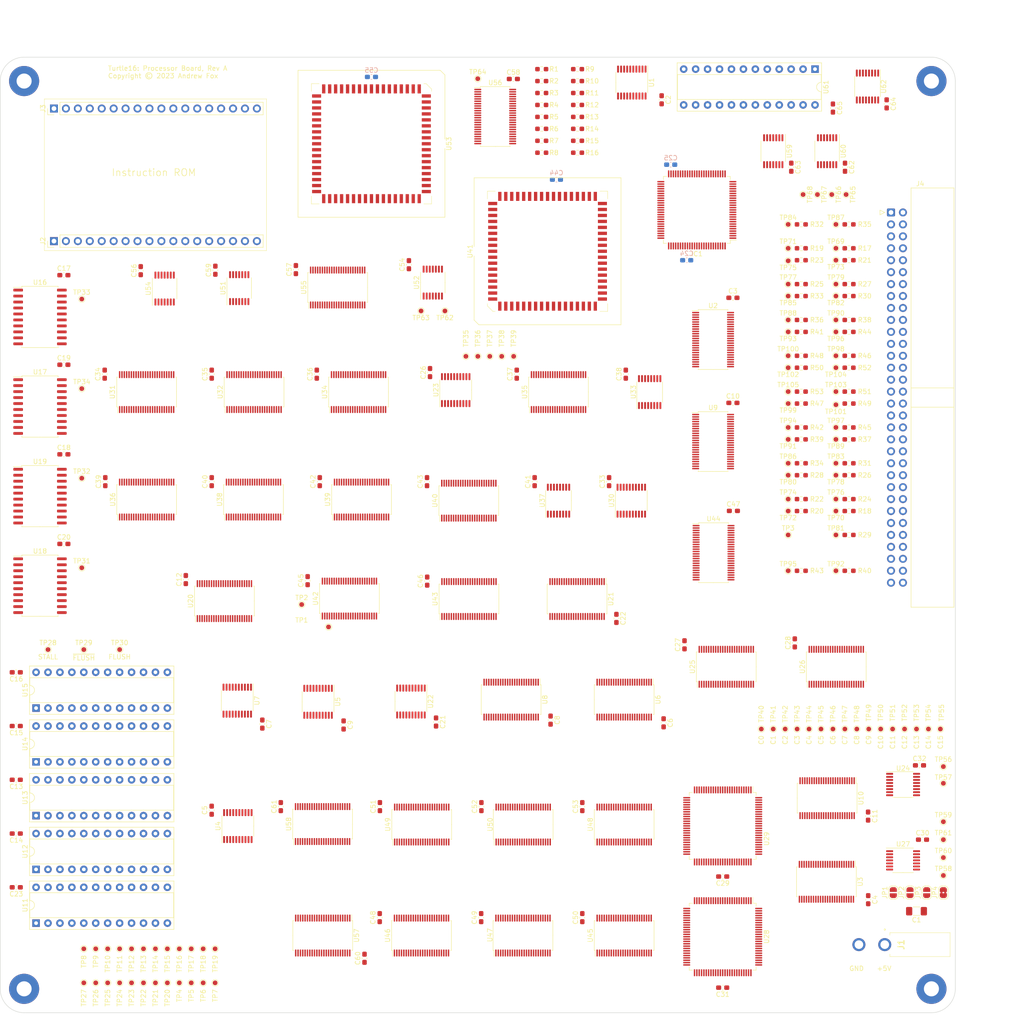
<source format=kicad_pcb>
(kicad_pcb (version 20221018) (generator pcbnew)
  (title_block (title "Turtle16: Processor Board") (date "2023-11-20") (rev "A") (comment 4 "Processor board of the Turtle16 sixteen-bit microcomputer"))
  (layers (0 "F.Cu" signal) (1 "In1.Cu" power) (2 "In2.Cu" signal) (3 "In3.Cu" power) (4 "In4.Cu" power) (5 "In5.Cu" signal) (6 "In6.Cu" power) (31 "B.Cu" signal) (34 "B.Paste" user) (35 "F.Paste" user) (36 "B.SilkS" user "B.Silkscreen") (37 "F.SilkS" user "F.Silkscreen") (38 "B.Mask" user) (39 "F.Mask" user) (44 "Edge.Cuts" user))
  (net 0 "")
  (net 1 "GND")
  (net 2 "VCC")
  (net 3 "/Phi2_In")
  (net 4 "/Phi1_In")
  (net 5 "/Memory/ROM/FLUSH_IF")
  (net 6 "Net-(JP1-A)")
  (net 7 "Net-(JP2-A)")
  (net 8 "/Memory/Bank1")
  (net 9 "/Memory/Bank2")
  (net 10 "/Memory/Addr0")
  (net 11 "/Memory/Addr1")
  (net 12 "/Memory/Addr2")
  (net 13 "/Memory/Addr3")
  (net 14 "/Memory/Addr4")
  (net 15 "/Memory/Addr5")
  (net 16 "/Memory/Addr6")
  (net 17 "/Memory/Addr7")
  (net 18 "/Memory/Addr8")
  (net 19 "/Memory/Addr9")
  (net 20 "/Phi2")
  (net 21 "/MEM/Buffer StoreOp As Bus I/O/~{AssertData}")
  (net 22 "/~{RST_sync}")
  (net 23 "/Memory/Addr10")
  (net 24 "/Memory/Addr11")
  (net 25 "/Memory/Addr12")
  (net 26 "/Memory/Addr13")
  (net 27 "/Phi1a")
  (net 28 "/Phi1b")
  (net 29 "/Phi1d")
  (net 30 "/Memory/Addr14")
  (net 31 "/Memory/Addr15")
  (net 32 "/Memory/IO14")
  (net 33 "/Memory/IO15")
  (net 34 "/Memory/IO12")
  (net 35 "/Memory/IO13")
  (net 36 "/Memory/IO10")
  (net 37 "/Memory/IO11")
  (net 38 "/Memory/IO8")
  (net 39 "/EX/Ctl_MEM15")
  (net 40 "/EX/Ctl_MEM14")
  (net 41 "/Phi1c")
  (net 42 "/Memory/IO9")
  (net 43 "/Memory/IO6")
  (net 44 "/Memory/IO7")
  (net 45 "/Memory/IO4")
  (net 46 "/Memory/IO5")
  (net 47 "/Memory/IO2")
  (net 48 "/Memory/IO3")
  (net 49 "/Memory/IO0")
  (net 50 "/Memory/IO1")
  (net 51 "/Memory/Bank0")
  (net 53 "/Memory/Ins_IF0")
  (net 54 "/Memory/Ins_IF1")
  (net 55 "/Memory/Ins_IF2")
  (net 56 "/Memory/Ins_IF3")
  (net 57 "/Memory/Ins_IF4")
  (net 58 "/Memory/Ins_IF5")
  (net 59 "/Memory/Ins_IF6")
  (net 60 "/Memory/Ins_IF7")
  (net 61 "/Memory/Ins_IF8")
  (net 62 "/Memory/Ins_IF9")
  (net 63 "/EX/OVF")
  (net 64 "/EX/Z")
  (net 65 "/EX/Carry")
  (net 66 "/Memory/Ins_IF10")
  (net 67 "/Memory/Ins_IF11")
  (net 68 "/Memory/Ins_IF12")
  (net 69 "/Memory/Ins_IF13")
  (net 70 "/Memory/Ins_IF14")
  (net 71 "/EX/Ctl_MEM17")
  (net 72 "/EX/Ctl_MEM20")
  (net 73 "/Memory/Ins_IF15")
  (net 74 "/ID/FWD_MEM_TO_B")
  (net 75 "/ID/FWD_EX_TO_B")
  (net 76 "/ID/FWD_B")
  (net 77 "/ID/FWD_A")
  (net 78 "/ID/FWD_EX_TO_A")
  (net 79 "/ID/FWD_MEM_TO_A")
  (net 80 "Net-(JP3-A)")
  (net 81 "Net-(JP4-A)")
  (net 82 "/ID/Hazard Control/FLUSH")
  (net 83 "/Memory/RAMEN_L")
  (net 84 "/EX/SelC_MEM0")
  (net 85 "/EX/SelC_MEM1")
  (net 86 "/EX/SelC_MEM2")
  (net 87 "/Memory/~{RAMEN_L}")
  (net 88 "/Memory/RAMEN_R")
  (net 89 "/Memory/~{RAMEN_R}")
  (net 90 "/Memory/PC15")
  (net 91 "/Memory/PC12")
  (net 92 "/Memory/PC7")
  (net 93 "/Memory/PC6")
  (net 94 "/MEM/Ctl_WB17")
  (net 95 "/Memory/PC5")
  (net 96 "/Memory/PC4")
  (net 97 "/Memory/PC3")
  (net 98 "/Memory/PC2")
  (net 99 "/Memory/PC1")
  (net 100 "/Memory/PC0")
  (net 101 "/MEM/Y_WB15")
  (net 102 "/MEM/Y_WB14")
  (net 103 "/MEM/Y_WB13")
  (net 104 "/MEM/Y_WB12")
  (net 105 "/MEM/Y_WB11")
  (net 106 "/MEM/Y_WB10")
  (net 107 "/MEM/Y_WB9")
  (net 108 "/MEM/Y_WB8")
  (net 109 "/MEM/Y_WB7")
  (net 110 "/MEM/Y_WB6")
  (net 111 "/MEM/Y_WB5")
  (net 112 "/MEM/Y_WB4")
  (net 113 "/MEM/Y_WB3")
  (net 114 "/MEM/Y_WB2")
  (net 115 "/MEM/Y_WB1")
  (net 116 "/MEM/Y_WB0")
  (net 117 "/MEM/StoreOp_WB15")
  (net 118 "/MEM/StoreOp_WB14")
  (net 119 "/MEM/StoreOp_WB13")
  (net 120 "/MEM/StoreOp_WB12")
  (net 121 "/ID/Ins_ID0")
  (net 122 "/ID/Ins_ID1")
  (net 123 "/ID/Ins_ID2")
  (net 124 "/ID/Ins_ID3")
  (net 125 "/ID/Ins_ID4")
  (net 126 "/ID/Ins_ID5")
  (net 127 "/ID/Ins_ID6")
  (net 128 "/ID/Ins_ID7")
  (net 129 "/ID/Ins_ID8")
  (net 130 "/ID/Ins_ID9")
  (net 131 "/ID/Ins_ID10")
  (net 132 "/ID/Ins_ID11")
  (net 133 "/ID/Ins_ID12")
  (net 134 "/ID/Ins_ID13")
  (net 135 "/ID/Ins_ID14")
  (net 136 "/ID/Ins_ID15")
  (net 137 "/ID/Hazard Control/STALL")
  (net 138 "/ID/Ctl_EX0")
  (net 139 "/ID/Ctl_EX1")
  (net 140 "/ID/Ctl_EX2")
  (net 141 "/ID/Ctl_EX3")
  (net 142 "/ID/Ctl_EX4")
  (net 143 "/ID/Ctl_EX5")
  (net 144 "/ID/Ctl_EX6")
  (net 145 "/ID/Ctl_EX7")
  (net 146 "/ID/Ctl_EX8")
  (net 147 "/ID/Ctl_EX9")
  (net 148 "/ID/Ctl_EX10")
  (net 149 "/ID/Ctl_EX11")
  (net 150 "/ID/Ctl_EX12")
  (net 151 "/ID/Ctl_EX13")
  (net 152 "/ID/Ctl_EX14")
  (net 153 "/ID/Ctl_EX15")
  (net 154 "/ID/Ctl_EX16")
  (net 155 "/ID/Ctl_EX17")
  (net 156 "/ID/Ctl_EX18")
  (net 157 "/ID/Ctl_EX19")
  (net 158 "/ID/Ctl_EX20")
  (net 166 "/ID/Ctl_Mid0")
  (net 167 "/ID/Ctl_Mid1")
  (net 168 "/ID/Ctl_Mid2")
  (net 169 "/ID/Ctl_Mid3")
  (net 170 "/ID/Ctl_Mid4")
  (net 171 "/ID/Ctl_Mid5")
  (net 172 "/ID/Ctl_Mid6")
  (net 173 "/ID/Ctl_Mid7")
  (net 174 "/ID/Ctl_Mid8")
  (net 175 "/ID/Ctl_Mid9")
  (net 176 "/ID/Ctl_Mid10")
  (net 177 "/ID/Ctl_Mid11")
  (net 178 "/ID/Ctl_Mid12")
  (net 179 "/ID/Ctl_Mid13")
  (net 180 "/ID/Ctl_Mid14")
  (net 181 "/ID/Ctl_Mid15")
  (net 182 "/ID/Ctl_Mid16")
  (net 183 "/ID/Ctl_Mid17")
  (net 184 "/ID/Ctl_Mid18")
  (net 185 "/ID/Ctl_Mid19")
  (net 186 "/ID/Ctl_Mid20")
  (net 187 "/ID/Ctl_Mid21")
  (net 188 "/ID/Ctl_Mid22")
  (net 189 "/ID/Ctl_Mid23")
  (net 190 "/ID/Hazard Control/~{FLUSH}")
  (net 191 "/ID/Hazard Control/Hazard Control Comparators/SEL_B_MATCHES_SEL_C_MEM")
  (net 192 "/ID/Hazard Control/Hazard Control Comparators/SEL_A_MATCHES_SEL_C_MEM")
  (net 193 "/ID/Hazard Control/Hazard Control Comparators/SEL_A_MATCHES_SEL_C_EX")
  (net 194 "/ID/Hazard Control/Hazard Control Comparators/SEL_B_MATCHES_SEL_C_EX")
  (net 195 "/ID/ID Flush/Ctl_ID0")
  (net 196 "/ID/ID Flush/Ctl_ID1")
  (net 197 "/ID/ID Flush/Ctl_ID2")
  (net 198 "/ID/ID Flush/Ctl_ID3")
  (net 199 "/ID/ID Flush/Ctl_ID4")
  (net 200 "/ID/ID Flush/Ctl_ID5")
  (net 201 "/ID/ID Flush/Ctl_ID6")
  (net 202 "/ID/ID Flush/Ctl_ID7")
  (net 203 "/ID/ID Flush/Ctl_ID8")
  (net 204 "/ID/ID Flush/Ctl_ID9")
  (net 205 "/ID/ID Flush/Ctl_ID10")
  (net 206 "/ID/ID Flush/Ctl_ID11")
  (net 207 "/ID/ID Flush/Ctl_ID12")
  (net 208 "/ID/ID Flush/Ctl_ID13")
  (net 209 "/ID/ID Flush/Ctl_ID14")
  (net 210 "/ID/ID Flush/Ctl_ID15")
  (net 211 "/ID/ID Flush/Ctl_ID16")
  (net 212 "/ID/ID Flush/Ctl_ID17")
  (net 213 "/ID/ID Flush/Ctl_ID18")
  (net 214 "/ID/ID Flush/Ctl_ID19")
  (net 215 "/ID/ID Flush/Ctl_ID20")
  (net 216 "/ID/ID Flush/Ctl_ID21")
  (net 217 "/ID/ID Flush/Ctl_ID22")
  (net 218 "/ID/ID Flush/Ctl_ID23")
  (net 219 "/MEM/StoreOp_WB11")
  (net 220 "/MEM/StoreOp_WB10")
  (net 221 "/MEM/StoreOp_WB9")
  (net 222 "/MEM/StoreOp_WB8")
  (net 223 "/MEM/StoreOp_WB7")
  (net 224 "/MEM/StoreOp_WB6")
  (net 225 "/MEM/StoreOp_WB5")
  (net 226 "/MEM/StoreOp_WB4")
  (net 227 "/MEM/StoreOp_WB3")
  (net 228 "/MEM/StoreOp_WB2")
  (net 229 "/MEM/StoreOp_WB1")
  (net 230 "/MEM/StoreOp_WB0")
  (net 231 "/Memory/PC10")
  (net 232 "/Memory/PC11")
  (net 233 "/Memory/PC9")
  (net 234 "/Memory/PC8")
  (net 235 "/Operand Forwarding A/RegisterA0")
  (net 236 "/Operand Forwarding A/RegisterA1")
  (net 237 "/Operand Forwarding A/RegisterA2")
  (net 238 "/Operand Forwarding A/RegisterA3")
  (net 239 "/Operand Forwarding A/RegisterA4")
  (net 240 "/Operand Forwarding A/RegisterA5")
  (net 241 "/Operand Forwarding A/RegisterA6")
  (net 242 "/Memory/PC13")
  (net 243 "/Memory/PC14")
  (net 246 "/Operand Forwarding A/RegisterA7")
  (net 247 "/Operand Forwarding A/RegisterA8")
  (net 248 "/EX/ALU/C16")
  (net 249 "/EX/ALU/Z")
  (net 250 "/EX/ALU/OVF")
  (net 251 "/Operand Forwarding A/RegisterA9")
  (net 252 "/Operand Forwarding A/RegisterA10")
  (net 253 "/Operand Forwarding A/RegisterA11")
  (net 254 "/Operand Forwarding A/RegisterA12")
  (net 255 "/Operand Forwarding A/RegisterA13")
  (net 256 "/EX/ALU/RightOp0")
  (net 257 "/EX/ALU/RightOp1")
  (net 258 "/EX/ALU/RightOp2")
  (net 259 "/EX/ALU/RightOp3")
  (net 260 "/EX/ALU/RightOp4")
  (net 261 "/EX/ALU/RightOp5")
  (net 262 "/EX/ALU/RightOp6")
  (net 263 "/EX/ALU/RightOp7")
  (net 264 "/EX/ALU/RightOp8")
  (net 265 "/EX/ALU/RightOp9")
  (net 266 "/EX/ALU/RightOp10")
  (net 267 "/EX/ALU/RightOp11")
  (net 268 "/EX/ALU/RightOp12")
  (net 269 "/EX/ALU/RightOp13")
  (net 270 "/EX/ALU/RightOp14")
  (net 271 "/EX/ALU/RightOp15")
  (net 272 "/Operand Forwarding A/RegisterA14")
  (net 273 "/Operand Forwarding A/RegisterA15")
  (net 277 "Net-(U24-O0)")
  (net 278 "/EX/sheet5FD8D6EA/StoreOp_EX0")
  (net 279 "/EX/sheet5FD8D6EA/StoreOp_EX1")
  (net 280 "/EX/sheet5FD8D6EA/StoreOp_EX2")
  (net 281 "/EX/sheet5FD8D6EA/StoreOp_EX3")
  (net 282 "/EX/sheet5FD8D6EA/StoreOp_EX4")
  (net 283 "/EX/sheet5FD8D6EA/StoreOp_EX5")
  (net 284 "/EX/sheet5FD8D6EA/StoreOp_EX6")
  (net 285 "/EX/sheet5FD8D6EA/StoreOp_EX7")
  (net 286 "/EX/sheet5FD8D6EA/StoreOp_EX8")
  (net 287 "/EX/sheet5FD8D6EA/StoreOp_EX9")
  (net 288 "/EX/sheet5FD8D6EA/StoreOp_EX10")
  (net 289 "/EX/sheet5FD8D6EA/StoreOp_EX11")
  (net 290 "/EX/sheet5FD8D6EA/StoreOp_EX12")
  (net 291 "/EX/sheet5FD8D6EA/StoreOp_EX13")
  (net 292 "/EX/sheet5FD8D6EA/StoreOp_EX14")
  (net 293 "/EX/sheet5FD8D6EA/StoreOp_EX15")
  (net 294 "/MEM/SelC_WB0")
  (net 295 "/MEM/SelC_WB1")
  (net 296 "/MEM/SelC_WB2")
  (net 297 "Net-(U24-O1)")
  (net 298 "/MEM/Ctl_WB18")
  (net 299 "/MEM/Ctl_WB19")
  (net 300 "Net-(TP62-Pad1)")
  (net 306 "/MEM/Ctl_WB20")
  (net 308 "Net-(U14-I{slash}O-Pad14)")
  (net 309 "Net-(U14-I{slash}O-Pad15)")
  (net 310 "/System Bus Connector/~{MemStore}")
  (net 311 "/System Bus Connector/~{MemLoad}")
  (net 312 "Net-(U14-I{slash}O-Pad16)")
  (net 313 "Net-(U14-I{slash}O-Pad17)")
  (net 322 "/ID/Ins_EX8")
  (net 323 "/ID/Ins_EX9")
  (net 324 "/ID/Ins_EX10")
  (net 325 "/ID/Ins_EX0")
  (net 326 "/ID/Ins_EX1")
  (net 327 "/ID/Ins_EX2")
  (net 328 "/ID/Ins_EX3")
  (net 329 "/ID/Ins_EX4")
  (net 330 "/ID/Ins_EX5")
  (net 331 "/ID/Ins_EX6")
  (net 332 "/ID/Ins_EX7")
  (net 337 "/Operand Forwarding B/RegisterB0")
  (net 338 "/Operand Forwarding B/RegisterB1")
  (net 341 "/Operand Forwarding B/RegisterB2")
  (net 342 "/Operand Forwarding B/RegisterB3")
  (net 343 "/Operand Forwarding B/RegisterB4")
  (net 344 "/Operand Forwarding B/RegisterB5")
  (net 345 "/Operand Forwarding B/RegisterB6")
  (net 348 "/Write Back and Register File/sheet60693B95/~{WR}")
  (net 349 "Net-(U53-RS1)")
  (net 350 "Net-(U55-1CLK)")
  (net 351 "/MEM/~{AssertCtl}")
  (net 356 "/Operand Forwarding B/RegisterB7")
  (net 357 "/Operand Forwarding B/RegisterB8")
  (net 358 "/Operand Forwarding B/RegisterB9")
  (net 359 "/Operand Forwarding B/RegisterB10")
  (net 360 "/Operand Forwarding B/RegisterB11")
  (net 361 "/Operand Forwarding B/RegisterB12")
  (net 362 "/Operand Forwarding B/RegisterB13")
  (net 363 "/Operand Forwarding B/RegisterB14")
  (net 364 "/Operand Forwarding B/RegisterB15")
  (net 370 "/Write Back and Register File/Select Write Back Source/C0")
  (net 371 "/Write Back and Register File/Select Write Back Source/C1")
  (net 372 "/Write Back and Register File/Select Write Back Source/C2")
  (net 373 "/Write Back and Register File/Select Write Back Source/C3")
  (net 374 "/Write Back and Register File/Select Write Back Source/C4")
  (net 375 "/Write Back and Register File/Select Write Back Source/C5")
  (net 376 "/Write Back and Register File/Select Write Back Source/C6")
  (net 377 "/Write Back and Register File/Select Write Back Source/C7")
  (net 378 "/Write Back and Register File/Select Write Back Source/C8")
  (net 379 "/Write Back and Register File/Select Write Back Source/C9")
  (net 380 "/Write Back and Register File/Select Write Back Source/C10")
  (net 381 "/Write Back and Register File/Select Write Back Source/C11")
  (net 382 "/Write Back and Register File/Select Write Back Source/C12")
  (net 383 "/Write Back and Register File/Select Write Back Source/C13")
  (net 384 "/Write Back and Register File/Select Write Back Source/C14")
  (net 385 "/Write Back and Register File/Select Write Back Source/C15")
  (net 394 "/EX/N")
  (net 400 "/EX/B15")
  (net 401 "/EX/B14")
  (net 402 "/EX/B13")
  (net 403 "/EX/B12")
  (net 404 "/EX/B11")
  (net 405 "/EX/B10")
  (net 406 "/EX/B9")
  (net 407 "/EX/B8")
  (net 408 "/EX/B7")
  (net 409 "/EX/B6")
  (net 410 "/EX/B5")
  (net 411 "/EX/B4")
  (net 412 "/EX/B3")
  (net 413 "/EX/B2")
  (net 414 "/EX/B1")
  (net 415 "/EX/B0")
  (net 429 "/EX/PC_EX15")
  (net 430 "/EX/PC_EX14")
  (net 431 "/EX/PC_EX13")
  (net 432 "/Operand Forwarding A/A_ID0")
  (net 433 "/Operand Forwarding A/A_ID1")
  (net 434 "/Operand Forwarding A/A_ID2")
  (net 435 "/Operand Forwarding A/A_ID3")
  (net 436 "/Operand Forwarding A/A_ID4")
  (net 437 "/Operand Forwarding A/A_ID5")
  (net 438 "/Operand Forwarding A/A_ID6")
  (net 439 "/Operand Forwarding A/A_ID7")
  (net 440 "/Operand Forwarding A/A_ID8")
  (net 441 "/Operand Forwarding A/A_ID9")
  (net 442 "/Operand Forwarding A/A_ID10")
  (net 443 "/Operand Forwarding A/A_ID11")
  (net 444 "/Operand Forwarding A/A_ID12")
  (net 445 "/Operand Forwarding A/A_ID13")
  (net 446 "/Operand Forwarding A/A_ID14")
  (net 447 "/Operand Forwarding A/A_ID15")
  (net 448 "/Operand Forwarding B/B_ID0")
  (net 449 "/Operand Forwarding B/B_ID1")
  (net 450 "/Operand Forwarding B/B_ID2")
  (net 451 "/Operand Forwarding B/B_ID3")
  (net 452 "/Operand Forwarding B/B_ID4")
  (net 453 "/Operand Forwarding B/B_ID5")
  (net 454 "/Operand Forwarding B/B_ID6")
  (net 455 "/Operand Forwarding B/B_ID7")
  (net 456 "/Operand Forwarding B/B_ID8")
  (net 457 "/Operand Forwarding B/B_ID9")
  (net 458 "/Operand Forwarding B/B_ID10")
  (net 459 "/Operand Forwarding B/B_ID11")
  (net 460 "/Operand Forwarding B/B_ID12")
  (net 461 "/Operand Forwarding B/B_ID13")
  (net 462 "/Operand Forwarding B/B_ID14")
  (net 463 "/Operand Forwarding B/B_ID15")
  (net 464 "/EX/PC_EX12")
  (net 465 "/EX/PC_EX11")
  (net 466 "/EX/PC_EX10")
  (net 467 "/EX/PC_EX9")
  (net 468 "/EX/PC_EX8")
  (net 469 "/EX/PC_EX7")
  (net 470 "/EX/PC_EX6")
  (net 471 "/EX/PC_EX5")
  (net 472 "/EX/PC_EX4")
  (net 473 "/EX/PC_EX3")
  (net 474 "/EX/PC_EX2")
  (net 475 "/EX/PC_EX1")
  (net 476 "/EX/PC_EX0")
  (net 477 "/EX/A0")
  (net 478 "/EX/A1")
  (net 479 "/EX/A2")
  (net 480 "/EX/A3")
  (net 481 "/EX/A4")
  (net 482 "/EX/A5")
  (net 483 "/EX/A6")
  (net 484 "/EX/A7")
  (net 485 "/EX/A8")
  (net 486 "/EX/A9")
  (net 487 "/EX/A10")
  (net 488 "/EX/A11")
  (net 489 "/EX/A12")
  (net 490 "/EX/A13")
  (net 491 "/EX/A14")
  (net 492 "/EX/A15")
  (net 495 "/EX/Y_EX15")
  (net 496 "/EX/Y_EX14")
  (net 497 "/EX/Y_EX13")
  (net 498 "/EX/Y_EX12")
  (net 499 "/EX/Y_EX11")
  (net 500 "/EX/Y_EX10")
  (net 501 "/EX/Y_EX9")
  (net 502 "/EX/Y_EX8")
  (net 503 "/EX/Y_EX7")
  (net 504 "/EX/Y_EX6")
  (net 505 "/EX/Y_EX5")
  (net 506 "/EX/Y_EX4")
  (net 507 "/EX/Y_EX3")
  (net 508 "/EX/Y_EX2")
  (net 509 "/EX/Y_EX1")
  (net 510 "/EX/Y_EX0")
  (net 511 "/EX/Ctl_MEM16")
  (net 512 "/EX/Ctl_MEM18")
  (net 513 "/EX/Ctl_MEM19")
  (net 520 "/EX/StoreOp_MEM0")
  (net 521 "/EX/StoreOp_MEM1")
  (net 522 "/EX/StoreOp_MEM2")
  (net 523 "/EX/StoreOp_MEM3")
  (net 524 "/EX/StoreOp_MEM4")
  (net 525 "/EX/StoreOp_MEM5")
  (net 526 "/EX/StoreOp_MEM6")
  (net 527 "/EX/StoreOp_MEM7")
  (net 528 "/EX/StoreOp_MEM8")
  (net 529 "/EX/StoreOp_MEM9")
  (net 530 "/EX/StoreOp_MEM10")
  (net 531 "/EX/StoreOp_MEM11")
  (net 532 "/EX/StoreOp_MEM12")
  (net 533 "/EX/StoreOp_MEM13")
  (net 534 "/EX/StoreOp_MEM14")
  (net 535 "/EX/StoreOp_MEM15")
  (net 536 "/EX/Y_MEM0")
  (net 537 "/EX/Y_MEM1")
  (net 538 "/EX/Y_MEM2")
  (net 539 "/EX/Y_MEM3")
  (net 540 "/EX/Y_MEM4")
  (net 541 "/EX/Y_MEM5")
  (net 542 "/EX/Y_MEM6")
  (net 543 "/EX/Y_MEM7")
  (net 544 "/EX/Y_MEM8")
  (net 545 "/EX/Y_MEM9")
  (net 546 "/EX/Y_MEM10")
  (net 547 "/EX/Y_MEM11")
  (net 548 "/EX/Y_MEM12")
  (net 549 "/EX/Y_MEM13")
  (net 550 "/EX/Y_MEM14")
  (net 551 "/EX/Y_MEM15")
  (net 562 "Net-(U31-1~{OE})")
  (net 563 "Net-(U32-1~{OE})")
  (net 568 "Net-(U33-O3)")
  (net 569 "Net-(U33-O2)")
  (net 570 "Net-(U36-1~{OE})")
  (net 582 "Net-(U37-O3)")
  (net 583 "Net-(U37-O2)")
  (net 584 "Net-(U37-O1)")
  (net 612 "Net-(U62-Mr)")
  (net 614 "Net-(U62-E1)")
  (footprint "Resistor_SMD:R_0603_1608Metric_Pad0.98x0.95mm_HandSolder" (layer "F.Cu") (at 211.7325 48.26)
    (fp_text reference "R8")
    (fp_text value "10K")
  )
  (footprint "Capacitor_SMD:C_0603_1608Metric_Pad1.08x0.95mm_HandSolder" (layer "F.Cu") (at 177.301 187.312 90)
    (fp_text reference "C51")
    (fp_text value "0.1uF")
  )
  (footprint "TestPoint:TestPoint_Pad_D1.0mm" (layer "F.Cu") (at 274.32 83.82)
    (fp_text reference "TP90")
    (fp_text value "Addr9")
  )
  (footprint "Resistor_SMD:R_0603_1608Metric_Pad0.98x0.95mm_HandSolder" (layer "F.Cu") (at 219.3525 33.02)
    (fp_text reference "R10")
    (fp_text value "10K")
  )
  (footprint "TestPoint:TestPoint_Pad_D1.0mm" (layer "F.Cu") (at 166.37 149.1034)
    (fp_text reference "TP1")
    (fp_text value "~{MemStoreIn}")
  )
  (footprint "TestPoint:TestPoint_Pad_D1.0mm" (layer "F.Cu") (at 258.445 170.815 90)
    (fp_text reference "TP40")
    (fp_text value "C0")
  )
  (footprint "TestPoint:TestPoint_Pad_D1.0mm" (layer "F.Cu") (at 116.84 224.79 90)
    (fp_text reference "TP26")
    (fp_text value "Ctl_Mid22")
  )
  (footprint "TestPoint:TestPoint_Pad_D1.0mm" (layer "F.Cu") (at 191.135 81.905 180)
    (fp_text reference "TP62")
    (fp_text value "TP")
  )
  (footprint "TestPoint:TestPoint_Pad_D1.0mm" (layer "F.Cu") (at 274.32 137.16)
    (fp_text reference "TP92")
    (fp_text value "~{MemStore}")
  )
  (footprint "Package_SO:TSSOP-48_6.1x12.5mm_P0.5mm" (layer "F.Cu") (at 207.781 191.122 90)
    (fp_text reference "U50")
    (fp_text value "74AHCT16245")
  )
  (footprint "Capacitor_SMD:C_0603_1608Metric_Pad1.08x0.95mm_HandSolder" (layer "F.Cu") (at 250.2325 202.1825 180)
    (fp_text reference "C29")
    (fp_text value "0.1µF")
  )
  (footprint "MountingHole:MountingHole_3.2mm_M3_Pad" (layer "F.Cu") (at 101.6 33.02)
    (fp_text reference "H1" hide)
    (fp_text value "MountingHole_Pad" hide)
  )
  (footprint "Package_SO:SOIC-20W_7.5x12.8mm_P1.27mm" (layer "F.Cu") (at 104.98 83.185)
    (fp_text reference "U16")
    (fp_text value "74F521")
  )
  (footprint "Capacitor_SMD:C_0603_1608Metric_Pad1.08x0.95mm_HandSolder" (layer "F.Cu") (at 250.2325 225.81 180)
    (fp_text reference "C31")
    (fp_text value "0.1µF")
  )
  (footprint "Capacitor_SMD:C_0603_1608Metric_Pad1.08x0.95mm_HandSolder" (layer "F.Cu") (at 141.513 95.3475 90)
    (fp_text reference "C35")
    (fp_text value "0.1uF")
  )
  (footprint "Resistor_SMD:R_0603_1608Metric_Pad0.98x0.95mm_HandSolder" (layer "F.Cu") (at 219.3525 40.64)
    (fp_text reference "R13")
    (fp_text value "10K")
  )
  (footprint "TestPoint:TestPoint_Pad_D1.0mm" (layer "F.Cu") (at 124.46 224.79 90)
    (fp_text reference "TP23")
    (fp_text value "Ctl_Mid19")
  )
  (footprint "Capacitor_SMD:C_0603_1608Metric_Pad1.08x0.95mm_HandSolder" (layer "F.Cu") (at 198.891 187.312 90)
    (fp_text reference "C52")
    (fp_text value "0.1uF")
  )
  (footprint "Package_DIP:DIP-24_W7.62mm_Socket" (layer "F.Cu") (at 104.14 166.36 90)
    (fp_text reference "U15")
    (fp_text value "ATF22V10C-7PX")
  )
  (footprint "TestPoint:TestPoint_Pad_D1.0mm" (layer "F.Cu") (at 127 217.5534 90)
    (fp_text reference "TP13")
    (fp_text value "Ctl_Mid9")
  )
  (footprint "TestPoint:TestPoint_Pad_D1.0mm" (layer "F.Cu") (at 264.16 116.84 180)
    (fp_text reference "TP80")
    (fp_text value "IO5")
  )
  (footprint "Resistor_SMD:R_0603_1608Metric_Pad0.98x0.95mm_HandSolder" (layer "F.Cu") (at 277.114 109.22)
    (fp_text reference "R37")
    (fp_text value "10K")
  )
  (footprint "TestPoint:TestPoint_Pad_D1.0mm" (layer "F.Cu") (at 278.765 170.815 90)
    (fp_text reference "TP48")
    (fp_text value "C8")
  )
  (footprint "TestPoint:TestPoint_Pad_D1.0mm" (layer "F.Cu") (at 203.215 91.56 90)
    (fp_text reference "TP38")
    (fp_text value "Phi1c")
  )
  (footprint "Package_SO:TSSOP-14_4.4x5mm_P0.65mm" (layer "F.Cu") (at 188.55 75.8775 90)
    (fp_text reference "U52")
    (fp_text value "74AHCT04")
  )
  (footprint "Package_SO:TSSOP-48_6.1x12.5mm_P0.5mm" (layer "F.Cu") (at 173.39 122.0175 90)
    (fp_text reference "U39")
    (fp_text value "74AHCT16245")
  )
  (footprint "Capacitor_SMD:C_0603_1608Metric_Pad1.08x0.95mm_HandSolder" (layer "F.Cu") (at 110.06 93.345)
    (fp_text reference "C19")
    (fp_text value "0.1uF")
  )
  (footprint "TestPoint:TestPoint_Pad_D1.0mm" (layer "F.Cu") (at 121.925 153.9216)
    (fp_text reference "TP30")
    (fp_text value "FLUSH")
  )
  (footprint "Capacitor_SMD:C_0603_1608Metric_Pad1.08x0.95mm_HandSolder" (layer "F.Cu") (at 110.06 131.445)
    (fp_text reference "C20")
    (fp_text value "0.1uF")
  )
  (footprint "TestPoint:TestPoint_Pad_D1.0mm" (layer "F.Cu") (at 288.925 170.815 90)
    (fp_text reference "TP52")
    (fp_text value "C12")
  )
  (footprint "TestPoint:TestPoint_Pad_D1.0mm" (layer "F.Cu") (at 198.135 91.56 90)
    (fp_text reference "TP36")
    (fp_text value "Phi1a")
  )
  (footprint "Package_SO:TSSOP-20_4.4x6.5mm_P0.65mm" (layer "F.Cu") (at 164.14 165.0209 -90)
    (fp_text reference "U5")
    (fp_text value "74HC245")
  )
  (footprint "Resistor_SMD:R_0603_1608Metric_Pad0.98x0.95mm_HandSolder" (layer "F.Cu") (at 266.954 86.36)
    (fp_text reference "R41")
    (fp_text value "10K")
  )
  (footprint "Package_DIP:DIP-24_W7.62mm_Socket" (layer "F.Cu") (at 104.14 189.23 90)
    (fp_text reference "U13")
    (fp_text value "ATF22V10C-7PX")
  )
  (footprint "TestPoint:TestPoint_Pad_D1.0mm" (layer "F.Cu") (at 114.305 153.9216)
    (fp_text reference "TP29")
    (fp_text value "~{FLUSH}")
  )
  (footprint "Package_SO:TSSOP-14_4.4x5mm_P0.65mm" (layer "F.Cu") (at 260.985 47.9375 -90)
    (fp_text reference "U59")
    (fp_text value "74ABT32")
  )
  (footprint "TestPoint:TestPoint_Pad_D1.0mm" (layer "F.Cu") (at 119.38 224.79 90)
    (fp_text reference "TP25")
    (fp_text value "Ctl_Mid21")
  )
  (footprint "TestPoint:TestPoint_Pad_D1.0mm" (layer "F.Cu") (at 297.18 182.35 -90)
    (fp_text reference "TP57")
    (fp_text value "TP")
  )
  (footprint "Package_SO:TSSOP-20_4.4x6.5mm_P0.65mm" (layer "F.Cu") (at 147.07 191.4475 90)
    (fp_text reference "U4")
    (fp_text value "74ABT574")
  )
  (footprint "TestPoint:TestPoint_Pad_D1.0mm" (layer "F.Cu") (at 121.92 224.79 90)
    (fp_text reference "TP24")
    (fp_text value "Ctl_Mid20")
  )
  (footprint "Capacitor_SMD:C_0603_1608Metric_Pad1.08x0.95mm_HandSolder" (layer "F.Cu") (at 110.06 74.295)
    (fp_text reference "C17")
    (fp_text value "0.1uF")
  )
  (footprint "TestPoint:TestPoint_Pad_D1.0mm" (layer "F.Cu") (at 274.32 93.98 180)
    (fp_text reference "TP104")
    (fp_text value "Addr15")
  )
  (footprint "TestPoint:TestPoint_Pad_D1.0mm" (layer "F.Cu") (at 294.005 170.815 90)
    (fp_text reference "TP54")
    (fp_text value "C14")
  )
  (footprint "Resistor_SMD:R_0603_1608Metric_Pad0.98x0.95mm_HandSolder" (layer "F.Cu") (at 211.7325 33.02)
    (fp_text reference "R2")
    (fp_text value "10K")
  )
  (footprint "TestPoint:TestPoint_Pad_D1.0mm" (layer "F.Cu") (at 264.16 78.74 180)
    (fp_text reference "TP85")
    (fp_text value "Addr7")
  )
  (footprint "Capacitor_SMD:C_0603_1608Metric_Pad1.08x0.95mm_HandSolder" (layer "F.Cu") (at 110.06 112.395)
    (fp_text reference "C18")
    (fp_text value "0.1uF")
  )
  (footprint "Capacitor_SMD:C_0603_1608Metric_Pad1.08x0.95mm_HandSolder" (layer "F.Cu") (at 252.405 101.455)
    (fp_text reference "C10")
    (fp_text value "0.1uF")
  )
  (footprint "TestPoint:TestPoint_Pad_D1.0mm" (layer "F.Cu") (at 264.16 63.5)
    (fp_text reference "TP84")
    (fp_text value "Bank1")
  )
  (footprint "TestPoint:TestPoint_Pad_D1.0mm" (layer "F.Cu") (at 274.32 114.3)
    (fp_text reference "TP83")
    (fp_text value "IO6")
  )
  (footprint "TestPoint:TestPoint_Pad_D1.0mm" (layer "F.Cu") (at 142.24 217.5534 90)
    (fp_text reference "TP19")
    (fp_text value "Ctl_Mid15")
  )
  (footprint "Capacitor_SMD:C_0603_1608Metric_Pad1.08x0.95mm_HandSolder" (layer "F.Cu") (at 281.168 189.3275 -90)
    (fp_text reference "C11")
    (fp_text value "0.1uF")
  )
  (footprint "Package_SO:TSSOP-48_6.1x12.5mm_P0.5mm" (layer "F.Cu") (at 201.8325 40.565)
    (fp_text reference "U56")
    (fp_text value "74ABT16374")
  )
  (footprint "Package_SO:TSSOP-48_6.1x12.5mm_P0.5mm" (layer "F.Cu") (at 272.3 203.2975 -90)
    (fp_text reference "U3")
    (fp_text value "74AHCT16245")
  )
  (footprint "Resistor_SMD:R_0603_1608Metric_Pad0.98x0.95mm_HandSolder" (layer "F.Cu") (at 277.114 83.82)
    (fp_text reference "R38")
    (fp_text value "10K")
  )
  (footprint "Resistor_SMD:R_0603_1608Metric_Pad0.98x0.95mm_HandSolder" (layer "F.Cu") (at 266.954 101.6)
    (fp_text reference "R47")
    (fp_text value "10K")
  )
  (footprint "Resistor_SMD:R_0603_1608Metric_Pad0.98x0.95mm_HandSolder" (layer "F.Cu") (at 266.954 91.44)
    (fp_text reference "R48")
    (fp_text value "10K")
  )
  (footprint "TestPoint:TestPoint_Pad_D1.0mm" (layer "F.Cu") (at 114.3 224.79 90)
    (fp_text reference "TP27")
    (fp_text value "Ctl_Mid23")
  )
  (footprint "Resistor_SMD:R_0603_1608Metric_Pad0.98x0.95mm_HandSolder" (layer "F.Cu") (at 211.7325 45.72)
    (fp_text reference "R7")
    (fp_text value "10K")
  )
  (footprint "MountingHole:MountingHole_3.2mm_M3_Pad" (layer "F.Cu") (at 294.64 33.02)
    (fp_text reference "H4" hide)
    (fp_text value "MountingHole_Pad" hide)
  )
  (footprint "Capacitor_SMD:C_0603_1608Metric_Pad1.08x0.95mm_HandSolder" (layer "F.Cu") (at 174.025 219.562 90)
    (fp_text reference "C60")
    (fp_text value "0.1uF")
  )
  (footprint "Capacitor_SMD:C_0603_1608Metric_Pad1.08x0.95mm_HandSolder" (layer "F.Cu") (at 142.285 73.2425 90)
    (fp_text reference "C59")
    (fp_text value "0.1uF")
  )
  (footprint "Package_SO:TSSOP-48_6.1x12.5mm_P0.5mm" (layer "F.Cu") (at 150.403 122.0175 90)
    (fp_text reference "U38")
    (fp_text value "74AHCT16245")
  )
  (footprint "TestPoint:TestPoint_Pad_D1.0mm" (layer "F.Cu") (at 297.18 194.34)
    (fp_text reference "TP61")
    (fp_text value "TP")
  )
  (footprint "TestPoint:TestPoint_Pad_D1.0mm" (layer "F.Cu") (at 137.16 217.5534 90)
    (fp_text reference "TP17")
    (fp_text value "Ctl_Mid13")
  )
  (footprint "TestPoint:TestPoint_Pad_D1.0mm" (layer "F.Cu") (at 264.16 114.3)
    (fp_text reference "TP86")
    (fp_text value "IO7")
  )
  (footprint "TestPoint:TestPoint_Pad_D1.0mm" (layer "F.Cu") (at 121.92 217.5534 90)
    (fp_text reference "TP11")
    (fp_text value "Ctl_Mid7")
  )
  (footprint "TestPoint:TestPoint_Pad_D1.0mm" (layer "F.Cu") (at 273.435 57.15 -90)
    (fp_text reference "TP66")
    (fp_text value "TestPoint")
  )
  (footprint "Resistor_SMD:R_0603_1608Metric_Pad0.98x0.95mm_HandSolder" (layer "F.Cu") (at 277.114 129.54)
    (fp_text reference "R29")
    (fp_text value "10K")
  )
  (footprint "Package_SO:TSSOP-14_4.4x5mm_P0.65mm" (layer "F.Cu") (at 288.6125 198.74)
    (fp_text reference "U27")
    (fp_text value "74AHCT32")
  )
  (footprint "TestPoint:TestPoint_Pad_D1.0mm" (layer "F.Cu") (at 264.16 71.247 180)
    (fp_text reference "TP75")
    (fp_text value "Addr3")
  )
  (footprint "Resistor_SMD:R_0603_1608Metric_Pad0.98x0.95mm_HandSolder" (layer "F.Cu") (at 277.114 93.98)
    (fp_text reference "R52")
    (fp_text value "10K")
  )
  (footprint "Capacitor_SMD:C_0603_1608Metric_Pad1.08x0.95mm_HandSolder" (layer "F.Cu") (at 205.6885 32.5766)
    (fp_text reference "C58")
    (fp_text value "0.1uF")
  )
  (footprint "TestPoint:TestPoint_Pad_D1.0mm" (layer "F.Cu") (at 274.32 129.54)
    (fp_text reference "TP81")
    (fp_text value "Bank0")
  )
  (footprint "Resistor_SMD:R_0603_1608Metric_Pad0.98x0.95mm_HandSolder" (layer "F.Cu") (at 277.114 106.68)
    (fp_text reference "R45")
    (fp_text value "10K")
  )
  (footprint "Capacitor_SMD:C_0603_1608Metric_Pad1.08x0.95mm_HandSolder" (layer "F.Cu") (at 187.325 118.2075 90)
    (fp_text reference "C43")
    (fp_text value "0.1uF")
  )
  (footprint "TestPoint:TestPoint_Pad_D1.0mm" (layer "F.Cu") (at 264.16 86.36 180)
    (fp_text reference "TP93")
    (fp_text value "Addr10")
  )
  (footprint "Resistor_SMD:R_0603_1608Metric_Pad0.98x0.95mm_HandSolder" (layer "F.Cu") (at 266.954 63.5)
    (fp_text reference "R32")
    (fp_text value "10K")
  )
  (footprint "TestPoint:TestPoint_Pad_D1.0mm" (layer "F.Cu") (at 276.225 170.815 90)
    (fp_text reference "TP47")
    (fp_text value "C7")
  )
  (footprint "Package_SO:TSSOP-48_6.1x12.5mm_P0.5mm" (layer "F.Cu") (at 150.53 99.1575 90)
    (fp_text reference "U32")
    (fp_text value "74AHCT16245")
  )
  (footprint "Package_DIP:DIP-24_W7.62mm_Socket" (layer "F.Cu") (at 269.875 30.48 -90)
    (fp_text reference "U61")
    (fp_text value "ATF22V10C")
  )
  (footprint "Resistor_SMD:R_0603_1608Metric_Pad0.98x0.95mm_HandSolder" (layer "F.Cu") (at 219.3525 38.1)
    (fp_text reference "R12")
    (fp_text value "10K")
  )
  (footprint "Resistor_SMD:R_0603_1608Metric_Pad0.98x0.95mm_HandSolder" (layer "F.Cu") (at 266.954 137.16)
    (fp_text reference "R43")
    (fp_text value "1K")
  )
  (footprint "Capacitor_SMD:C_0603_1608Metric_Pad1.08x0.95mm_HandSolder" (layer "F.Cu") (at 252.5025 124.425)
    (fp_text reference "C47")
    (fp_text value "0.1uF")
  )
  (footprint "Package_SO:TSSOP-48_6.1x12.5mm_P0.5mm" (layer "F.Cu") (at 219.245 143.1675 -90)
    (fp_text reference "U21")
    (fp_text value "74ABT16374")
  )
  (footprint "Jumper:SolderJumper-2_P1.3mm_Bridged2Bar_RoundedPad1.0x1.5mm" (layer "F.Cu") (at 297.18 205.598 90)
    (fp_text reference "JP4")
    (fp_text value "SolderJumper_2_Bridged")
  )
  (footprint "TestPoint:TestPoint_Pad_D1.0mm" (layer "F.Cu") (at 274.32 91.44)
    (fp_text reference "TP98")
    (fp_text value "Addr12")
  )
  (footprint "TestPoint:TestPoint_Pad_D1.0mm" (layer "F.Cu") (at 264.16 109.22 180)
    (fp_text reference "TP91")
    (fp_text value "IO9")
  )
  (footprint "Package_SO:TSSOP-48_6.1x12.5mm_P0.5mm" (layer "F.Cu") (at 196.215 122.2475 90)
    (fp_text reference "U40")
    (fp_text value "74AHCT16245")
  )
  (footprint "Package_SO:TSSOP-20_4.4x6.5mm_P0.65mm" (layer "F.Cu") (at 183.9 164.9625 -90)
    (fp_text reference "U22")
    (fp_text value "74AHCT574")
  )
  (footprint "Package_SO:TSSOP-48_6.1x12.5mm_P0.5mm" (layer "F.Cu") (at 186.145 214.7275 90)
    (fp_text reference "U46")
    (fp_text value "74AHCT16245")
  )
  (footprint "TestPoint:TestPoint_Pad_D1.0mm" (layer "F.Cu") (at 274.32 76.2)
    (fp_text reference "TP79")
    (fp_text value "Addr5")
  )
  (footprint "Resistor_SMD:R_0603_1608Metric_Pad0.98x0.95mm_HandSolder" (layer "F.Cu") (at 266.954 71.12)
    (fp_text reference "R23")
    (fp_text value "10K")
  )
  (footprint "TestPoint:TestPoint_Pad_D1.0mm" (layer "F.Cu") (at 274.32 109.22 180)
    (fp_text reference "TP89")
    (fp_text value "IO8")
  )
  (footprint "Package_SO:TSSOP-48_6.1x12.5mm_P0.5mm" (layer "F.Cu") (at 186.191 191.122 90)
    (fp_text reference "U49")
    (fp_text value "74AHCT16245")
  )
  (footprint "TestPoint:TestPoint_Pad_D1.0mm" (layer "F.Cu") (at 283.845 170.815 90)
    (fp_text reference "TP50")
    (fp_text value "C10")
  )
  (footprint "Capacitor_SMD:C_0603_1608Metric_Pad1.08x0.95mm_HandSolder" (layer "F.Cu") (at 292.1 178.54)
    (fp_text reference "C32")
    (fp_text value "0.1µF")
  )
  (footprint "Capacitor_SMD:C_0603_1608Metric_Pad1.08x0.95mm_HandSolder" (layer "F.Cu") (at 152.28 169.7575 -90)
    (fp_text reference "C7")
    (fp_text value "0.1uF")
  )
  (footprint "Resistor_SMD:R_0603_1608Metric_Pad0.98x0.95mm_HandSolder" (layer "F.Cu") (at 266.954 83.82)
    (fp_text reference "R36")
    (fp_text value "10K")
  )
  (footprint "Resistor_SMD:R_0603_1608Metric_Pad0.98x0.95mm_HandSolder" (layer "F.Cu") (at 277.114 137.16)
    (fp_text reference "R40")
    (fp_text value "1K")
  )
  (footprint "Capacitor_SMD:C_0603_1608Metric_Pad1.08x0.95mm_HandSolder" (layer "F.Cu") (at 99.9275 204.47 180)
    (fp_text reference "C23")
    (fp_text value "0.1uF")
  )
  (footprint "Capacitor_SMD:C_0603_1608Metric_Pad1.08x0.95mm_HandSolder" (layer "F.Cu") (at 99.9275 193.04 180)
    (fp_text reference "C14")
    (fp_text value "0.1uF")
  )
  (footprint "Package_SO:TSSOP-48_6.1x12.5mm_P0.5mm" (layer "F.Cu") (at 215.3 99.1575 90)
    (fp_text reference "U35")
    (fp_text value "74AHCT16245")
  )
  (footprint "Resistor_SMD:R_0603_1608Metric_Pad0.98x0.95mm_HandSolder" (layer "F.Cu") (at 219.3525 35.56)
    (fp_text reference "R11")
    (fp_text value "10K")
  )
  (footprint "TestPoint:TestPoint_Pad_D1.0mm" (layer "F.Cu") (at 129.54 217.5534 90)
    (fp_text reference "TP14")
    (fp_text value "Ctl_Mid10")
  )
  (footprint "TestPoint:TestPoint_Pad_D1.0mm" (layer "F.Cu") (at 205.755 91.56 90)
    (fp_text reference "TP39")
    (fp_text value "Phi1d")
  )
  (footprint "TestPoint:TestPoint_Pad_D1.0mm" (layer "F.Cu") (at 274.32 99.06)
    (fp_text reference "TP103")
    (fp_text value "IO14")
  )
  (footprint "TestPoint:TestPoint_Pad_D1.0mm" (layer "F.Cu") (at 264.16 93.98 180)
    (fp_text reference "TP102")
    (fp_text value "Addr14")
  )
  (footprint "Resistor_SMD:R_0603_1608Metric_Pad0.98x0.95mm_HandSolder" (layer "F.Cu") (at 277.114 71.12)
    (fp_text reference "R21")
    (fp_text value "10K")
  )
  (footprint "TestPoint:TestPoint_Pad_D1.0mm" (layer "F.Cu") (at 142.24 224.79 90)
    (fp_text reference "TP7")
    (fp_text value "Ctl_Mid3")
  )
  (footprint "Resistor_SMD:R_0603_1608Metric_Pad0.98x0.95mm_HandSolder" (layer "F.Cu") (at 211.7325 38.1)
    (fp_text reference "R4")
    (fp_text value "10K")
  )
  (footprint "Package_SO:TSSOP-48_6.1x12.5mm_P0.5mm" (layer "F.Cu") (at 196.25 143.1675 90)
    (fp_text reference "U43")
    (fp_text value "74ABT16374")
  )
  (footprint "Package_SO:TSSOP-48_6.1x12.5mm_P0.5mm" (layer "F.Cu") (at 250.995 157.5775 90)
    (fp_text reference "U25")
    (fp_text value "74ABT16245")
  )
  (footprint "TestPoint:TestPoint_Pad_D1.0mm" (layer "F.Cu") (at 270.385 57.15 -90)
    (fp_text reference "TP67")
    (fp_text value "TestPoint")
  )
  (footprint "Resistor_SMD:R_0603_1608Metric_Pad0.98x0.95mm_HandSolder" (layer "F.Cu") (at 266.954 109.22)
    (fp_text reference "R39")
    (fp_text value "10K")
  )
  (footprint "Package_DIP:DIP-24_W7.62mm_Socket" (layer "F.Cu") (at 104.14 177.8 90)
    (fp_text reference "U14")
    (fp_text value "ATF22V10C-7PX")
  )
  (footprint "Resistor_SMD:R_0603_1608Metric_Pad0.98x0.95mm_HandSolder" (layer "F.Cu") (at 219.3525 45.72)
    (fp_text reference "R15")
    (fp_text value "10K")
  )
  (footprint "Package_SO:TSSOP-20_4.4x6.5mm_P0.65mm" (layer "F.Cu") (at 230.785 122.2475 90)
    (fp_text reference "U30")
    (fp_text value "74ABT377")
  )
  (footprint "Capacitor_SMD:C_0603_1608Metric_Pad1.08x0.95mm_HandSolder" (layer "F.Cu") (at 177.255 210.9175 90)
    (fp_text reference "C48")
    (fp_text value "0.1uF")
  )
  (footprint "Capacitor_SMD:C_0603_1608Metric_Pad1.08x0.95mm_HandSolder" (layer "F.Cu") (at 281.19 207.1075 -90)
    (fp_text reference "C4")
    (fp_text value "0.1uF")
  )
  (footprint "Capacitor_SMD:C_0603_1608Metric_Pad1.08x0.95mm_HandSolder" (layer "F.Cu") (at 189.245 169.3175 -90)
    (fp_text reference "C21")
    (fp_text value "0.1uF")
  )
  (footprint "TestPoint:TestPoint_Pad_D1.0mm" (layer "F.Cu") (at 274.32 106.68)
    (fp_text reference "TP97")
    (fp_text value "IO11")
  )
  (footprint "Package_SO:TSSOP-48_6.1x12.5mm_P0.5mm" (layer "F.Cu") (at 248.1875 88)
    (fp_text reference "U2")
    (fp_text value "74AHCT16245")
  )
  (footprint "Package_SO:TSSOP-20_4.4x6.5mm_P0.65mm" (layer "F.Cu") (at 146.95 164.7775 -90)
    (fp_text reference "U7")
    (fp_text value "74HC245")
  )
  (footprint "Capacitor_SMD:C_0603_1608Metric_Pad1.08x0.95mm_HandSolder" (layer "F.Cu") (at 220.3587 187.312 90)
    (fp_text reference "C53")
    (fp_text value "0.1uF")
  )
  (footprint "TestPoint:TestPoint_Pad_D1.0mm" (layer "F.Cu") (at 274.32 86.36 180)
    (fp_text reference "TP96")
    (fp_text value "Addr11")
  )
  (footprint "Package_QFP:TQFP-100_14x14mm_P0.5mm" (layer "F.Cu") (at 244.734 60.421 180)
    (fp_text reference "IC1")
    (fp_text value "7028L20PFGI")
  )
  (footprint "Package_SO:TSSOP-48_6.1x12.5mm_P0.5mm" (layer "F.Cu") (at 274.395 157.5775 90)
    (fp_text reference "U26")
    (fp_text value "74ABT16245")
  )
  (footprint "Capacitor_SMD:C_0603_1608Metric_Pad1.08x0.95mm_HandSolder" (layer "F.Cu") (at 213.61 168.9175 -90)
    (fp_text reference "C8")
    (fp_text value "0.1uF")
  )
  (footprint "Package_SO:TSSOP-48_6.1x12.5mm_P0.5mm" (layer "F.Cu") (at 207.735 214.7275 90)
    (fp_text reference "U47")
    (fp_text value "74AHCT16245")
  )
  (footprint "TestPoint:TestPoint_Pad_D1.0mm" (layer "F.Cu") (at 132.08 224.79 90)
    (fp_text reference "TP20")
    (fp_text value "Ctl_Mid16")
  )
  (footprint "Package_SO:TSSOP-20_4.4x6.5mm_P0.65mm" (layer "F.Cu") (at 230.89 33.3425 -90)
    (fp_text reference "U1")
    (fp_text value "74AHCT245")
  )
  (footprint "TestPoint:TestPoint_Pad_D1.0mm" (layer "F.Cu") (at 198.12 32.52)
    (fp_text reference "TP64")
    (fp_text value "CLK")
  )
  (footprint "TestPoint:TestPoint_Pad_D1.0mm" (layer "F.Cu") (at 132.08 217.5534 90)
    (fp_text reference "TP15")
    (fp_text value "Ctl_Mid11")
  )
  (footprint "Capacitor_SMD:C_0603_1608Metric_Pad1.08x0.95mm_HandSolder" (layer "F.Cu") (at 210.22 118.2075 90)
    (fp_text reference "C41")
    (fp_text value "0.1uF")
  )
  (footprint "Capacitor_SMD:C_0603_1608Metric_Pad1.08x0.95mm_HandSolder" (layer "F.Cu") (at 273.685 38.7615 -90)
    (fp_text reference "C65")
    (fp_text value "0.1uF")
  )
  (footprint "TestPoint:TestPoint_Pad_D1.0mm" (layer "F.Cu") (at 134.62 217.5534 90)
    (fp_text reference "TP16")
    (fp_text value "Ctl_Mid12")
  )
  (footprint "Package_QFP:TQFP-100_14x14mm_P0.5mm" (layer "F.Cu") (at 250.2325 214.98 -90)
    (fp_text reference "U28")
    (fp_text value "IDT7024L15PFG")
  )
  (footprint "Package_SO:TSSOP-48_6.1x12.5mm_P0.5mm" (layer "F.Cu") (at 144.22 143.6075 90)
    (fp_text reference "U20")
    (fp_text value "74ABT16374")
  )
  (footprint "Capacitor_SMD:C_0603_1608Metric_Pad1.08x0.95mm_HandSolder" (layer "F.Cu") (at 99.9275 170.18 180)
    (fp_text reference "C15")
    (fp_text value "0.1uF")
  )
  (footprint "Resistor_SMD:R_0603_1608Metric_Pad0.98x0.95mm_HandSolder" (layer "F.Cu") (at 211.7325 43.18)
    (fp_text reference "R6")
    (fp_text value "10K")
  )
  (footprint "Resistor_SMD:R_0603_1608Metric_Pad0.98x0.95mm_HandSolder" (layer "F.Cu") (at 277.114 101.6)
    (fp_text reference "R49")
    (fp_text value "10K")
  )
  (footprint "Package_SO:TSSOP-48_6.1x12.5mm_P0.5mm" (layer "F.Cu") (at 205.22 164.5625 -90)
    (fp_text reference "U8")
    (fp_text value "74AHCT16245")
  )
  (footprint "Jumper:SolderJumper-2_P1.3mm_Open_RoundedPad1.0x1.5mm" (layer "F.Cu") (at 286.53 205.598 90)
    (fp_text reference "JP1")
    (fp_text value "SolderJumper_2_Open")
  )
  (footprint "TestPoint:TestPoint_Pad_D1.0mm" (layer "F.Cu") (at 296.545 170.815 90)
    (fp_text reference "TP55")
    (fp_text value "C15")
  )
  (footprint "Package_SO:TSSOP-48_6.1x12.5mm_P0.5mm" (layer "F.Cu") (at 127.67 122.0175 90)
    (fp_text reference "U36")
    (fp_text value "74AHCT16245")
  )
  (footprint "TestPoint:TestPoint_Pad_D1.0mm" (layer "F.Cu") (at 264.16 137.16)
    (fp_text reference "TP95")
    (fp_text value "~{MemLoad}")
  )
  (footprint "Capacitor_SMD:C_0603_1608Metric_Pad1.08x0.95mm_HandSolder" (layer "F.Cu") (at 187.96 95.0125 90)
    (fp_text reference "C26")
    (fp_text value "0.1µF")
  )
  (footprint "TestPoint:TestPoint_Pad_D1.0mm" (layer "F.Cu") (at 274.32 101.854 180)
    (fp_text reference "TP101")
    (fp_text value "IO13")
  )
  (footprint "TestPoint:TestPoint_Pad_D1.0mm" (layer "F.Cu") (at 274.32 71.12 180)
    (fp_text reference "TP73")
    (fp_text value "Addr2")
  )
  (footprint "TestPoint:TestPoint_Pad_D1.0mm" (layer "F.Cu") (at 113.87 79.375)
    (fp_text reference "TP33")
    (fp_text value "SEL_A_MATCHES_SEL_C_EX")
  )
  (footprint "TestPoint:TestPoint_Pad_D1.0mm" (layer "F.Cu") (at 297.18 201.96)
    (fp_text reference "TP58")
    (fp_text value "TP")
  )
  (footprint "Capacitor_SMD:C_0603_1608Metric_Pad1.08x0.95mm_HandSolder" (layer "F.Cu") (at 141.513 118.2075 90)
    (fp_text reference "C40")
    (fp_text value "0.1uF")
  )
  (footprint "TestPoint:TestPoint_Pad_D1.0mm" (layer "F.Cu") (at 137.16 224.79 90)
    (fp_text reference "TP5")
    (fp_text value "Ctl_Mid1")
  )
  (footprint "Package_DIP:DIP-24_W7.62mm_Socket" (layer "F.Cu") (at 104.14 212.09 90)
    (fp_text reference "U11")
    (fp_text value "ATF22V10C-7PX")
  )
  (footprint "TestPoint:TestPoint_Pad_D1.0mm" (layer "F.Cu") (at 264.16 99.06)
    (fp_text reference "TP105")
    (fp_text value "IO15")
  )
  (footprint "Capacitor_SMD:C_0603_1608Metric_Pad1.08x0.95mm_HandSolder" (layer "F.Cu") (at 136 139.0325 90)
    (fp_text reference "C12")
    (fp_text value "0.1uF")
  )
  (footprint "Capacitor_SMD:C_0603_1608Metric_Pad1.08x0.95mm_HandSolder" (layer "F.Cu") (at 99.9275 181.61 180)
    (fp_text reference "C13")
    (fp_text value "0.1uF")
  )
  (footprint "Connector_PinHeader_2.54mm:PinHeader_1x18_P2.54mm_Vertical" (layer "F.Cu") (at 107.95 67.056 90)
    (fp_text reference "J2")
    (fp_text value "UpperHeader")
  )
  (footprint "TestPoint:TestPoint_Pad_D1.0mm" (layer "F.Cu") (at 263.525 170.815 90)
    (fp_text reference "TP42")
    (fp_text value "C2")
  )
  (footprint "Capacitor_SMD:C_0603_1608Metric_Pad1.08x0.95mm_HandSolder" (layer "F.Cu") (at 161.925 139.26 90)
    (fp_text reference "C45")
    (fp_text value "0.1uF")
  )
  (footprint "Capacitor_SMD:C_0603_1608Metric_Pad1.08x0.95mm_HandSolder" (layer "F.Cu") (at 198.845 210.9175 90)
    (fp_text reference "C49")
    (fp_text value "0.1uF")
  )
  (footprint "Resistor_SMD:R_0603_1608Metric_Pad0.98x0.95mm_HandSolder" (layer "F.Cu") (at 277.114 86.36)
    (fp_text reference "R44")
    (fp_text value "10K")
  )
  (footprint "MountingHole:MountingHole_3.2mm_M3_Pad" (layer "F.Cu") (at 101.6 226.06)
    (fp_text reference "H3" hide)
    (fp_text value "MountingHole_Pad" hide)
  )
  (footprint "Resistor_SMD:R_0603_1608Metric_Pad0.98x0.95mm_HandSolder" (layer "F.Cu") (at 219.3525 48.26)
    (fp_text reference "R16")
    (fp_text value "10K")
  )
  (footprint "Capacitor_SMD:C_0603_1608Metric_Pad1.08x0.95mm_HandSolder" (layer "F.Cu") (at 99.9275 158.75 180)
    (fp_text reference "C16")
    (fp_text value "0.1uF")
  )
  (footprint "Resistor_SMD:R_0603_1608Metric_Pad0.98x0.95mm_HandSolder" (layer "F.Cu") (at 266.954 93.98)
    (fp_text reference "R50")
    (fp_text value "10K")
  )
  (footprint "Capacitor_SMD:C_0603_1608Metric_Pad1.08x0.95mm_HandSolder" (layer "F.Cu") (at 237.24 36.999 -90)
    (fp_text reference "C2")
    (fp_text value "0.1uF")
  )
  (footprint "TestPoint:TestPoint_Pad_D1.0mm" (layer "F.Cu") (at 274.32 121.92)
    (fp_text reference "TP76")
    (fp_text value "IO3")
  )
  (footprint "TestPoint:TestPoint_Pad_D1.0mm" (layer "F.Cu") (at 276.485 57.15 -90)
    (fp_text reference "TP65")
    (fp_text value "TestPoint")
  )
  (footprint "TestPoint:TestPoint_Pad_D1.0mm" (layer "F.Cu") (at 264.16 129.54)
    (fp_text reference "TP3")
    (fp_text value "~{AssertData}")
  )
  (footprint "Capacitor_SMD:C_0603_1608Metric_Pad1.08x0.95mm_HandSolder" (layer "F.Cu") (at 206.41 95.3475 90)
    (fp_text reference "C37")
    (fp_text value "0.1uF")
  )
  (footprint "Package_DIP:DIP-24_W7.62mm_Socket" (layer "F.Cu") (at 104.14 200.66 90)
    (fp_text reference "U12")
    (fp_text value "ATF22V10C-7PX")
  )
  (footprint "TestPoint:TestPoint_Pad_D1.0mm" (layer "F.Cu") (at 186.055 81.905 180)
    (fp_text reference "TP63")
    (fp_text value "RS1")
  )
  (footprint "TestPoint:TestPoint_Pad_D1.0mm" (layer "F.Cu") (at 113.87 98.425)
    (fp_text reference "TP34")
    (fp_text value "SEL_B_MATCHES_SEL_C_EX")
  )
  (footprint "TestPoint:TestPoint_Pad_D1.0mm" (layer "F.Cu") (at 114.3 217.5534 90)
    (fp_text reference "TP8")
    (fp_text value "Ctl_Mid4")
  )
  (footprint "Capacitor_SMD:C_0603_1608Metric_Pad1.08x0.95mm_HandSolder" (layer "F.Cu") (at 226.06 118.2075 90)
    (fp_text reference "C33")
    (fp_text value "0.1uF")
  )
  (footprint "Resistor_SMD:R_0603_1608Metric_Pad0.98x0.95mm_HandSolder" (layer "F.Cu") (at 277.114 121.92)
    (fp_text reference "R24")
    (fp_text value "10K")
  )
  (footprint "Resistor_SMD:R_0603_1608Metric_Pad0.98x0.95mm_HandSolder" (layer "F.Cu") (at 266.954 99.06)
    (fp_text reference "R53")
    (fp_text value "10K")
  )
  (footprint "Package_LCC:PLCC-68_SMD-Socket" (layer "F.Cu") (at 212.9675 69.215 90)
    (fp_text reference "U41")
    (fp_text value "IDT7381")
  )
  (footprint "TestPoint:TestPoint_Pad_D1.0mm" (layer "F.Cu") (at 264.16 101.6 180)
    (fp_text reference "TP99")
    (fp_text value "IO12")
  )
  (footprint "TestPoint:TestPoint_Pad_D1.0mm" (layer "F.Cu") (at 264.16 124.46 180)
    (fp_text reference "TP72")
    (fp_text value "IO1")
  )
  (footprint "Package_SO:TSSOP-48_6.1x12.5mm_P0.5mm" (layer "F.Cu") (at 229.27 164.5625 -90)
    (fp_text reference "U6")
    (fp_text value "74AHCT16245")
  )
  (footprint "Connector_IDC:IDC-Header_2x32_P2.54mm_Horizontal" (layer "F.Cu") (at 286.039 60.96)
    (fp_text reference "J4")
    (fp_text value "71922-164LF")
  )
  (footprint "Resistor_SMD:R_0603_1608Metric_Pad0.98x0.95mm_HandSolder" (layer "F.Cu") (at 211.7325 30.48)
    (fp_text reference "R1")
    (fp_text value "10K")
  )
  (footprint "Package_SO:TSSOP-20_4.4x6.5mm_P0.65mm" (layer "F.Cu") (at 193.425 98.7375 90)
    (fp_text reference "U23")
    (fp_text value "74AHCT245")
  )
  (footprint "Capacitor_SMD:C_0603_1608Metric_Pad1.08x0.95mm_HandSolder" (layer "F.Cu") (at 118.872 118.2075 90)
    (fp_text reference "C39")
    (fp_text value "0.1uF")
  )
  (footprint "TestPoint:TestPoint_Pad_D1.0mm" (layer "F.Cu") (at 139.7 217.5534 90)
    (fp_text reference "TP18")
    (fp_text value "Ctl_Mid14")
  )
  (footprint "TestPoint:TestPoint_Pad_D1.0mm" (layer "F.Cu") (at 264.16 68.58)
    (fp_text reference "TP71")
    (fp_text value "Addr1")
  )
  (footprint "Package_SO:TSSOP-48_6.1x12.5mm_P0.5mm" (layer "F.Cu") (at 248.285 133.315)
    (fp_text reference "U44")
    (fp_text value "74ABT16374")
  )
  (footprint "TestPoint:TestPoint_Pad_D1.0mm" (layer "F.Cu") (at 127 224.79 90)
    (fp_text reference "TP22")
    (fp_text value "Ctl_Mid18")
  )
  (footprint "Capacitor_SMD:C_0603_1608Metric_Pad1.08x0.95mm_HandSolder" (layer "F.Cu") (at 264.825 51.34 -90)
    (fp_text reference "C63")
    (fp_text value "0.1uF")
  )
  (footprint "Capacitor_SMD:C_0603_1608Metric_Pad1.08x0.95mm_HandSolder" (layer "F.Cu") (at 220.3587 210.9175 90)
    (fp_text reference "C50")
    (fp_text value "0.1uF")
  )
  (footprint "TestPoint:TestPoint_Pad_D1.0mm" (layer "F.Cu") (at 274.32 63.5)
    (fp_text reference "TP87")
    (fp_text value "Bank2")
  )
  (footprint "Capacitor_SMD:C_0603_1608Metric_Pad1.08x0.95mm_HandSolder" (layer "F.Cu") (at 159.42 73.1125 90)
    (fp_text reference "C57")
    (fp_text value "0.1uF")
  )
  (footprint "Resistor_SMD:R_0603_1608Metric_Pad0.98x0.95mm_HandSolder" (layer "F.Cu") (at 211.7325 35.56)
    (fp_text reference "R3")
    (fp_text value "10K")
  )
  (footprint "TestPoint:TestPoint_Pad_D1.0mm" (layer "F.Cu") (at 264.16 83.82)
    (fp_text reference "TP88")
    (fp_text value "Addr8")
  )
  (footprint "Resistor_SMD:R_0603_1608Metric_Pad0.98x0.95mm_HandSolder" (layer "F.Cu") (at 277.114 91.44)
    (fp_text reference "R46")
    (fp_text value "10K")
  )
  (footprint "Package_SO:TSSOP-48_6.1x12.5mm_P0.5mm" (layer "F.Cu") (at 229.27 214.7275 90)
    (fp_text reference "U45")
    (fp_text value "74AHCT16245")
  )
  (footprint "TestPoint:TestPoint_Pad_D1.0mm" (layer "F.Cu") (at 134.62 224.79 90)
    (fp_text reference "TP4")
    (fp_text value "Ctl_Mid0")
  )
  (footprint "TestPoint:TestPoint_Pad_D1.0mm" (layer "F.Cu") (at 195.595 91.56 90)
    (fp_text reference "TP35")
    (fp_text value "Phi2")
  )
  (footprint "Capacitor_SMD:C_0603_1608Metric_Pad1.08x0.95mm_HandSolder" (layer "F.Cu") (at 292.745 194.34)
    (fp_text reference "C30")
    (fp_text value "0.1µF")
  )
  (footprint "Package_SO:TSSOP-48_6.1x12.5mm_P0.5mm" (layer "F.Cu") (at 168.31 76.9225 90)
    (fp_text reference "U55")
    (fp_text value "74ABT16374")
  )
  (footprint "TestPoint:TestPoint_Pad_D1.0mm" (layer "F.Cu") (at 281.305 170.815 90)
    (fp_text reference "TP49")
    (fp_text value "C9")
  )
  (footprint "Resistor_SMD:R_0603_1608Metric_Pad0.98x0.95mm_HandSolder" (layer "F.Cu") (at 266.954 116.84)
    (fp_text reference "R28")
    (fp_text value "10K")
  )
  (footprint "TestPoint:TestPoint_Pad_D1.0mm" (layer "F.Cu") (at 273.685 170.815 90)
    (fp_text reference "TP46")
    (fp_text value "C6")
  )
  (footprint "Resistor_SMD:R_0603_1608Metric_Pad0.98x0.95mm_HandSolder" (layer "F.Cu") (at 277.114 76.2)
    (fp_text reference "R27")
    (fp_text value "10K")
  )
  (footprint "TestPoint:TestPoint_Pad_D1.0mm" (layer "F.Cu") (at 271.145 170.815 90)
    (fp_text reference "TP45")
    (fp_text value "C5")
  )
  (footprint "Capacitor_SMD:C_0603_1608Metric_Pad1.08x0.95mm_HandSolder" (layer "F.Cu") (at 156.21 187.312 90)
    (fp_text reference "C61")
    (fp_text value "0.1uF")
  )
  (footprint "Capacitor_SMD:C_0603_1608Metric_Pad1.08x0.95mm_HandSolder" (layer "F.Cu") (at 276.255 51.34 -90)
    (fp_text reference "C62")
    (fp_text value "0.1uF")
  )
  (footprint "Package_SO:TSSOP-48_6.1x12.5mm_P0.5mm" (layer "F.Cu") (at 127.67 99.1575 90)
    (fp_text reference "U31")
    (fp_text value "74AHCT16245")
  )
  (footprint "Resistor_SMD:R_0603_1608Metric_Pad0.98x0.95mm_HandSolder" (layer "F.Cu") (at 277.114 99.06)
    (fp_text reference "R51")
    (fp_text value "10K")
  )
  (footprint "Capacitor_SMD:C_1206_3216Metric_Pad1.33x1.80mm_HandSolder" (layer "F.Cu") (at 291.465 209.55 180)
    (fp_text reference "C1")
    (fp_text value "100µF")
  )
  (footprint "Capacitor_SMD:C_0603_1608Metric_Pad1.08x0.95mm_HandSolder" (layer "F.Cu") (at 169.575 169.9525 -90)
    (fp_text reference "C9")
    (fp_text value "0.1uF")
  )
  (footprint "Resistor_SMD:R_0603_1608Metric_Pad0.98x0.95mm_HandSolder" (layer "F.Cu") (at 211.7325 40.64)
    (fp_text reference "R5")
    (fp_text value "10K")
  )
  (footprint "Capacitor_SMD:C_0603_1608Metric_Pad1.08x0.95mm_HandSolder" (layer "F.Cu") (at 237.66 169.4941 -90)
    (fp_text reference "C6")
    (fp_text value "0.1uF")
  )
  (footprint "Capacitor_SMD:C_0603_1608Metric_Pad1.08x0.95mm_HandSolder" (layer "F.Cu") (at 265.565 152.4975 90)
    (fp_text reference "C28")
    (fp_text value "0.1µF")
  )
  (footprint "TestPoint:TestPoint_Pad_D1.0mm" (layer "F.Cu") (at 266.065 170.815 90)
    (fp_text reference "TP43")
    (fp_text value "C3")
  )
  (footprint "Package_SO:TSSOP-16_4.4x5mm_P0.65mm" (layer "F.Cu") (at 234.692 99.1575 90)
    (fp_text reference "U33")
    (fp_text value "74AHCT138")
  )
  (footprint "TestPoint:TestPoint_Pad_D1.0mm" (layer "F.Cu") (at 274.32 124.46 180)
    (fp_text reference "TP70")
    (fp_text value "IO0")
  )
  (footprint "Resistor_SMD:R_0603_1608Metric_Pad0.98x0.95mm_HandSolder" (layer "F.Cu") (at 266.954 78.74)
    (fp_text reference "R33")
    (fp_text value "10K")
  )
  (footprint "TestPoint:TestPoint_Pad_D1.0mm" (layer "F.Cu") (at 106.685 153.9216)
    (fp_text reference "TP28")
    (fp_text value "STALL")
  )
  (footprint "Package_SO:TSSOP-16_4.4x5mm_P0.65mm" (layer "F.Cu") (at 288.6125 182.615)
    (fp_text reference "U24")
    (fp_text value "74AHCT138")
  )
  (footprint "TestPoint:TestPoint_Pad_D1.0mm" (layer "F.Cu") (at 291.465 170.815 90)
    (fp_text reference "TP53")
    (fp_text value "C13")
  )
  (footprint "Package_SO:TSSOP-48_6.1x12.5mm_P0.5mm" (layer "F.Cu") (at 248.1875 109.685)
    (fp_text reference "U9")
    (fp_text value "74ABT16374")
  )
  (footprint "TestPoint:TestPoint_Pad_D1.0mm" (layer "F.Cu") (at 268.605 170.815 90)
    (fp_text reference "TP44")
    (fp_text value "C4")
  )
  (footprint "Package_SO:TSSOP-16_4.4x5mm_P0.65mm" (layer "F.Cu") (at 281.04 34.184 -90)
    (fp_text reference "U62")
    (fp_text value "CD74HC173PWR")
  )
  (footprint "Capacitor_SMD:C_0603_1608Metric_Pad1.08x0.95mm_HandSolder" (layer "F.Cu") (at 285.115 37.8725 -90)
    (fp_text reference "C64")
    (fp_text value "0.1uF")
  )
  (footprint "TestPoint:TestPoint_Pad_D1.0mm" (layer "F.Cu") (at 264.16 91.44)
    (fp_text reference "TP100")
    (fp_text value "Addr13")
  )
  (footprint "Package_SO:TSSOP-48_6.1x12.5mm_P0.5mm" (layer "F.Cu") (at 165.135 214.7275 -90)
    (fp_text reference "U57")
    (fp_text value "74ABT16374")
  )
  (footprint "TestPoint:TestPoint_Pad_D1.0mm" (layer "F.Cu") (at 264.16 76.2)
    (fp_text reference "TP77")
    (fp_text value "Addr4")
  )
  (footprint "Jumper:SolderJumper-2_P1.3mm_Open_RoundedPad1.0x1.5mm" (layer "F.Cu") (at 293.63 205.598 90)
    (fp_text reference "JP3")
    (fp_text value "SolderJumper_2_Open")
  )
  (footprint "TestPoint:TestPoint_Pad_D1.0mm" (layer "F.Cu") (at 286.385 170.815 90)
    (fp_text reference "TP51")
    (fp_text value "C11")
  )
  (footprint "TestPoint:TestPoint_Pad_D1.0mm" (layer "F.Cu") (at 264.16 106.68)
    (fp_text reference "TP94")
    (fp_text value "IO10")
  )
  (footprint "Capacitor_SMD:C_0603_1608Metric_Pad1.08x0.95mm_HandSolder" (layer "F.Cu") (at 118.745 95.3475 90)
    (fp_text reference "C34")
    (fp_text value "0.1uF")
  )
  (footprint "TestPoint:TestPoint_Pad_D1.0mm" (layer "F.Cu") (at 297.18 190.53)
    (fp_text reference "TP59")
    (fp_text value "TP")
  )
  (footprint "TestPoint:TestPoint_Pad_D1.0mm" (layer "F.Cu") (at 274.32 78.74 180)
    (fp_text reference "TP82")
    (fp_text value "Addr6")
  )
  (footprint "Resistor_SMD:R_0603_1608Metric_Pad0.98x0.95mm_HandSolder" (layer "F.Cu") (at 277.114 68.58)
    (fp_text reference "R17")
    (fp_text value "10K")
  )
  (footprint "Resistor_SMD:R_0603_1608Metric_Pad0.98x0.95mm_HandSolder" (layer "F.Cu") (at 266.954 124.46)
    (fp_text reference "R20")
    (fp_text value "10K")
  )
  (footprint "Package_SO:TSSOP-48_6.1x12.5mm_P0.5mm" (layer "F.Cu") (at 172.755 99.1575 90)
    (fp_text reference "U34")
    (fp_text value "74AHCT16245")
  )
  (footprint "Capacitor_SMD:C_0603_1608Metric_Pad1.08x0.95mm_HandSolder" (layer "F.Cu") (at 141.504 188.077 -90)
    (fp_text reference "C5")
    (fp_text value "0.1uF")
  )
  (footprint "Resistor_SMD:R_0603_1608Metric_Pad0.98x0.95mm_HandSolder" (layer "F.Cu") (at 266.954 121.92)
    (fp_text reference "R22")
    (fp_text value "10K")
  )
  (footprint "Package_SO:TSSOP-16_4.4x5mm_P0.65mm" (layer "F.Cu") (at 215.3 122.2475 90)
    (fp_text reference "U37")
    (fp_text value "74AHCT138")
  )
  (footprint "TestPoint:TestPoint_Pad_D1.0mm" (layer "F.Cu") (at 160.655 144.34)
    (fp_text reference "TP2")
    (fp_text value "~{MemLoadIn}")
  )
  (footprint "Connector_PinHeader_2.54mm:PinHeader_1x18_P2.54mm_Vertical" (layer "F.Cu") (at 107.95 38.862 90)
    (fp_text reference "J3")
    (fp_text value "LowerHeader")
  )
  (footprint "TestPoint:TestPoint_Pad_D1.0mm" (layer "F.Cu") (at 260.985 170.815 90)
    (fp_text reference "TP41")
    (fp_text value "C1")
  )
  (footprint "Resistor_SMD:R_0603_1608Metric_Pad0.98x0.95mm_HandSolder" (layer "F.Cu") (at 266.954 76.2)
    (fp_text reference "R25")
    (fp_text value "10K")
  )
  (footprint "Resistor_SMD:R_0603_1608Metric_Pad0.98x0.95mm_HandSolder" (layer "F.Cu") (at 277.114 63.5)
    (fp_text reference "R35")
    (fp_text value "10K")
  )
  (footprint "Jumper:SolderJumper-2_P1.3mm_Open_RoundedPad1.0x1.5mm" (layer "F.Cu") (at 290.08 205.598 90)
    (fp_text reference "JP2")
    (fp_text value "SolderJumper_2_Open")
  )
  (footprint "Connector_Molex:172448-0002" (layer "F.Cu") (at 284.7086 216.662 90)
    (fp_text reference "J1")
    (fp_text value "Power" hide)
  )
  (footprint "Capacitor_SMD:C_0603_1608Metric_Pad1.08x0.95mm_HandSolder" (layer "F.Cu") (at 163.865 95.3475 90)
    (fp_text reference "C36")
    (fp_text value "0.1uF")
  )
  (footprint "Package_QFP:TQFP-100_14x14mm_P0.5mm" (layer "F.Cu") (at 250.2325 191.417 -90)
    (fp_text reference "U29")
    (fp_text value "IDT7024L15PFG")
  )
  (footprint "Resistor_SMD:R_0603_1608Metric_Pad0.98x0.95mm_HandSolder" (layer "F.Cu") (at 219.3525 43.18)
    (fp_text reference "R14")
    (fp_text value "10K")
  )
  (footprint "Resistor_SMD:R_0603_1608Metric_Pad0.98x0.95mm_HandSolder" (layer "F.Cu") (at 277.114 114.3)
    (fp_text reference "R31")
    (fp_text value "10K")
  )
  (footprint "Package_SO:TSSOP-48_6.1x12.5mm_P0.5mm" (layer "F.Cu") (at 229.27 191.122 90)
    (fp_text reference "U48")
    (fp_text value "74AHCT16245")
  )
  (footprint "TestPoint:TestPoint_Pad_D1.0mm" (layer "F.Cu") (at 274.32 68.58)
    (fp_text reference "TP69")
    (fp_text value "Addr0")
  )
  (footprint "TestPoint:TestPoint_Pad_D1.0mm" (layer "F.Cu") (at 139.7 224.79 90)
    (fp_text reference "TP6")
    (fp_text value "Ctl_Mid2")
  )
  (footprint "TestPoint:TestPoint_Pad_D1.0mm" (layer "F.Cu") (at 129.54 224.79 90)
    (fp_text reference "TP21")
    (fp_text value "Ctl_Mid17")
  )
  (footprint "TestPoint:TestPoint_Pad_D1.0mm" (layer "F.Cu") (at 297.18 178.805 -90)
    (fp_text reference "TP56")
    (fp_text value "TP")
  )
  (footprint "TestPoint:TestPoint_Pad_D1.0mm" (layer "F.Cu") (at 297.18 198.15)
    (fp_text reference "TP60")
    (fp_text value "TP")
  )
  (footprint "Package_SO:TSSOP-14_4.4x5mm_P0.65mm" (layer "F.Cu") (at 147.365 77.0525 90)
    (fp_text reference "U51")
    (fp_text value "74ABT32")
  )
  (footprint "Resistor_SMD:R_0603_1608Metric_Pad0.98x0.95mm_HandSolder" (layer "F.Cu") (at 266.954 106.68)
    (fp_text reference "R42")
    (fp_text value "10K")
  )
  (footprint "Capacitor_SMD:C_0603_1608Metric_Pad1.08x0.95mm_HandSolder" (layer "F.Cu") (at 187.36 139.3575 90)
    (fp_text reference "C46")
    (fp_text value "0.1uF")
  )
  (footprint "Resistor_SMD:R_0603_1608Metric_Pad0.98x0.95mm_HandSolder" (layer "F.Cu") (at 277.114 124.46)
    (fp_text reference "R18")
    (fp_text value "10K")
  )
  (footprint "Resistor_SMD:R_0603_1608Metric_Pad0.98x0.95mm_HandSolder" (layer "F.Cu") (at 266.954 68.58 180)
    (fp_text reference "R19")
    (fp_text value "10K")
  )
  (footprint "TestPoint:TestPoint_Pad_D1.0mm" (layer "F.Cu") (at 116.84 217.5534 90)
    (fp_text reference "TP9")
    (fp_text value "Ctl_Mid5")
  )
  (footprint "TestPoint:TestPoint_Pad_D1.0mm" (layer "F.Cu") (at 124.46 217.5534 90)
    (fp_text reference "TP12")
    (fp_text value "Ctl_Mid8")
  )
  (footprint "Resistor_SMD:R_0603_1608Metric_Pad0.98x0.95mm_HandSolder" (layer "F.Cu") (at 219.3525 30.48)
    (fp_text reference "R9")
    (fp_text value "10K")
  )
  (footprint "Resistor_SMD:R_0603_1608Metric_Pad0.98x0.95mm_HandSolder" (layer "F.Cu") (at 277.114 78.74)
    (fp_text reference "R30")
    (fp_text value "10K")
  )
  (footprint "Capacitor_SMD:C_0603_1608Metric_Pad1.08x0.95mm_HandSolder" (layer "F.Cu") (at 183.47 72.0675 90)
    (fp_text reference "C54")
    (fp_text value "0.1uF")
  )
  (footprint "MountingHole:MountingHole_3.2mm_M3_Pad" (layer "F.Cu") (at 294.64 226.06)
    (fp_text reference "H2" hide)
    (fp_text value "MountingHole_Pad" hide)
  )
  (footprint "Package_SO:TSSOP-48_6.1x12.5mm_P0.5mm" (layer "F.Cu") (at 165.1 191.0245 90)
    (fp_text reference "U58")
    (fp_text value "74ABT16374")
  )
  (footprint "Package_SO:TSSOP-14_4.4x5mm_P0.65mm" (layer "F.Cu") (at 131.49 77.1475 90)
    (fp_text reference "U54")
    (fp_text value "74ABT32")
  )
  (footprint "Resistor_SMD:R_0603_1608Metric_Pad0.98x0.95mm_HandSolder" (layer "F.Cu") (at 277.114 116.84)
    (fp_text reference "R26")
    (fp_text value "10K")
  )
  (footprint "Package_LCC:PLCC-68_SMD-Socket" (layer "F.Cu") (at 175.5025 46.355 -90)
    (fp_text reference "U53")
    (fp_text value "IDT7381")
  )
  (footprint "Capacitor_SMD:C_0603_1608Metric_Pad1.08x0.95mm_HandSolder" (layer "F.Cu") (at 229.612 95.3475 90)
    (fp_text reference "C38")
    (fp_text value "0.1uF")
  )
  (footprint "Package_SO:TSSOP-14_4.4x5mm_P0.65mm" (layer "F.Cu") (at 272.445 47.9375 -90)
    (fp_text reference "U60")
    (fp_text value "74AHCT04")
  )
  (footprint "Package_SO:TSSOP-48_6.1x12.5mm_P0.5mm" (layer "F.Cu") (at 170.815 143.07 90)
    (fp_text reference "U42")
    (fp_text value "74ABT16374")
  )
  (footprint "TestPoint:TestPoint_Pad_D1.0mm" (layer "F.Cu") (at 113.87 117.475)
    (fp_text reference "TP32")
    (fp_text value "SEL_A_MATCHES_SEL_C_MEM")
  )
  (footprint "Resistor_SMD:R_0603_1608Metric_Pad0.98x0.95mm_HandSolder" (layer "F.Cu") (at 266.954 114.3)
    (fp_text reference "R34")
    (fp_text value "10K")
  )
  (footprint "Package_SO:SOIC-20W_7.5x12.8mm_P1.27mm" (layer "F.Cu") (at 104.98 121.285)
    (fp_text reference "U19")
    (fp_text value "74F521")
  )
  (footprint "Capacitor_SMD:C_0603_1608Metric_Pad1.08x0.95mm_HandSolder" (layer "F.Cu") (at 126.41 73.3375 90)
    (fp_text reference "C56")
    (fp_text value "0.1uF")
  )
  (footprint "TestPoint:TestPoint_Pad_D1.0mm" (layer "F.Cu") (at 264.16 121.92)
    (fp_text reference "TP74")
    (fp_text value "IO2")
  )
  (footprint "TestPoint:TestPoint_Pad_D1.0mm" (layer "F.Cu") (at 267.335 57.15 -90)
    (fp_text reference "TP68")
    (fp_text value "TestPoint")
  )
  (footprint "TestPoint:TestPoint_Pad_D1.0mm" (layer "F.Cu") (at 200.675 91.56 90)
    (fp_text reference "TP37")
    (fp_text value "Phi1b")
  )
  (footprint "Package_SO:SOIC-20W_7.5x12.8mm_P1.27mm" (layer "F.Cu") (at 104.98 102.235)
    (fp_text reference "U17")
    (fp_text value "74F521")
  )
  (footprint "TestPoint:TestPoint_Pad_D1.0mm" (layer "F.Cu") (at 119.38 217.5534 90)
    (fp_text reference "TP10")
    (fp_text value "Ctl_Mid6")
  )
  (footprint "Package_SO:TSSOP-48_6.1x12.5mm_P0.5mm" (layer "F.Cu") (at 272.45 185.5175 -90)
    (fp_text reference "U10")
    (fp_text value "74ABT16374")
  )
  (footprint "Capacitor_SMD:C_0603_1608Metric_Pad1.08x0.95mm_HandSolder" (layer "F.Cu") (at 242.105 152.905 90)
    (fp_text reference "C27")
    (fp_text value "0.1µF")
  )
  (footprint "Capacitor_SMD:C_0603_1608Metric_Pad1.08x0.95mm_HandSolder" (layer "F.Cu") (at 164.5 118.2075 90)
    (fp_text reference "C42")
    (fp_text value "0.1uF")
  )
  (footprint "Capacitor_SMD:C_0603_1608Metric_Pad1.08x0.95mm_HandSolder" (layer "F.Cu") (at 252.405 79.11)
    (fp_text reference "C3")
    (fp_text value "0.1uF")
  )
  (footprint "TestPoint:TestPoint_Pad_D1.0mm" (layer "F.Cu") (at 274.32 116.84 180)
    (fp_text reference "TP78")
    (fp_text value "IO4")
  )
  (footprint "Package_SO:SOIC-20W_7.5x12.8mm_P1.27mm" (layer "F.Cu") (at 104.98 140.335)
    (fp_text reference "U18")
    (fp_text value "74F521")
  )
  (footprint "Capacitor_SMD:C_0603_1608Metric_Pad1.08x0.95mm_HandSolder" (layer "F.Cu") (at 227.615 147.2875 -90)
    (fp_text reference "C22")
    (fp_text value "0.1uF")
  )
  (footprint "TestPoint:TestPoint_Pad_D1.0mm" (layer "F.Cu") (at 113.87 136.525)
    (fp_text reference "TP31")
    (fp_text value "SEL_B_MATCHES_SEL_C_MEM")
  )
  (footprint "Capacitor_SMD:C_0603_1608Metric_Pad1.08x0.95mm_HandSolder" (layer "B.Cu") (at 239.1675 50.8 180)
    (fp_text reference "C25")
    (fp_text value "0.1uF")
  )
  (footprint "Capacitor_SMD:C_0603_1608Metric_Pad1.08x0.95mm_HandSolder" (layer "B.Cu") (at 175.5025 32.1425 180)
    (fp_text reference "C55")
    (fp_text value "0.1uF")
  )
  (footprint "Capacitor_SMD:C_0603_1608Metric_Pad1.08x0.95mm_HandSolder" (layer "B.Cu") (at 214.8575 53.975 180)
    (fp_text reference "C44")
    (fp_text value "0.1uF")
  )
  (footprint "Capacitor_SMD:C_0603_1608Metric_Pad1.08x0.95mm_HandSolder" (layer "B.Cu") (at 242.57 71.12 180)
    (fp_text reference "C24")
    (fp_text value "0.1uF")
  )
  (gr_line (start 105.918 36.83) (end 105.918 69.088) (stroke (width 0.1)) (layer "F.SilkS"))
  (gr_line (start 105.918 69.088) (end 153.162 69.088) (stroke (width 0.1)) (layer "F.SilkS"))
  (gr_line (start 153.162 69.088) (end 153.162 36.83) (stroke (width 0.1)) (layer "F.SilkS"))
  (gr_line (start 105.918 36.83) (end 153.162 36.83) (stroke (width 0.1)) (layer "F.SilkS"))
  (gr_line (start 294.64 231.14) (end 101.6 231.14) (stroke (width 0.1)) (layer "Edge.Cuts"))
  (gr_arc (start 101.6 231.14) (mid 98.007898 229.652102) (end 96.52 226.06) (stroke (width 0.1)) (layer "Edge.Cuts"))
  (gr_arc (start 96.52 33.02) (mid 98.007898 29.427898) (end 101.6 27.94) (stroke (width 0.1)) (layer "Edge.Cuts"))
  (gr_arc (start 299.72 226.06) (mid 298.232102 229.652102) (end 294.64 231.14) (stroke (width 0.1)) (layer "Edge.Cuts"))
  (gr_arc (start 294.64 27.94) (mid 298.232102 29.427898) (end 299.72 33.02) (stroke (width 0.1)) (layer "Edge.Cuts"))
  (gr_line (start 299.72 33.02) (end 299.72 226.06) (stroke (width 0.1)) (layer "Edge.Cuts"))
  (gr_line (start 101.6 27.94) (end 294.64 27.94) (stroke (width 0.1)) (layer "Edge.Cuts"))
  (gr_line (start 96.52 226.06) (end 96.52 33.02) (stroke (width 0.1)) (layer "Edge.Cuts"))
  (gr_text "GND" (at 277.0886 221.742) (layer "F.SilkS") (effects (font (size 1 1)) (justify left)))
  (gr_text "Turtle16: Processor Board, Rev A\nCopyright © 2023 Andrew Fox" (at 119.38 31.115) (layer "F.SilkS") (effects (font (size 1 1)) (justify left)))
  (gr_text "+5V" (at 282.956 221.742) (layer "F.SilkS") (effects (font (size 1 1)) (justify left)))
  (gr_text "Instruction ROM" (at 120.142 53.34) (layer "F.SilkS") (effects (font (size 1.5 1.5)) (justify left bottom)))
)
</source>
